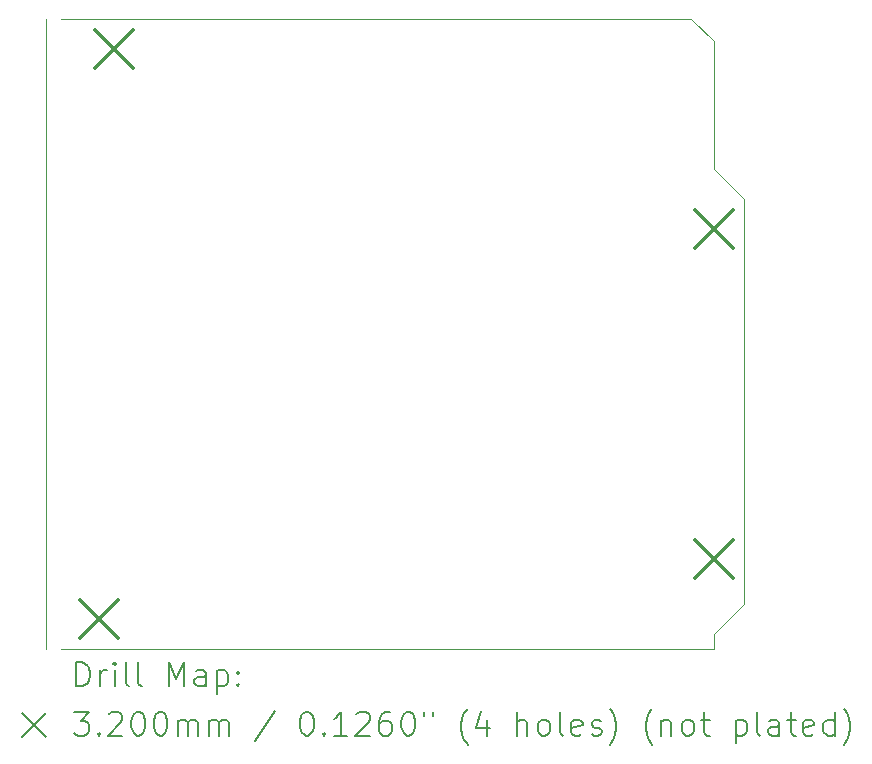
<source format=gbr>
%TF.GenerationSoftware,KiCad,Pcbnew,7.0.9*%
%TF.CreationDate,2023-12-06T14:48:16+01:00*%
%TF.ProjectId,Gas_Sensor,4761735f-5365-46e7-936f-722e6b696361,rev?*%
%TF.SameCoordinates,Original*%
%TF.FileFunction,Drillmap*%
%TF.FilePolarity,Positive*%
%FSLAX45Y45*%
G04 Gerber Fmt 4.5, Leading zero omitted, Abs format (unit mm)*
G04 Created by KiCad (PCBNEW 7.0.9) date 2023-12-06 14:48:16*
%MOMM*%
%LPD*%
G01*
G04 APERTURE LIST*
%ADD10C,0.100000*%
%ADD11C,0.200000*%
%ADD12C,0.320000*%
G04 APERTURE END LIST*
D10*
X9271000Y-1651000D02*
X9461500Y-1841500D01*
X9461500Y-6985000D02*
X3937000Y-6985000D01*
X9461500Y-1841500D02*
X9461500Y-2921000D01*
X3810000Y-1651000D02*
X3810000Y-6985000D01*
X9461500Y-6858000D02*
X9461500Y-6985000D01*
X9715500Y-3175000D02*
X9715500Y-6604000D01*
X9461500Y-2921000D02*
X9715500Y-3175000D01*
X9715500Y-6604000D02*
X9461500Y-6858000D01*
X3937000Y-1651000D02*
X9271000Y-1651000D01*
D11*
D12*
X4094500Y-6571000D02*
X4414500Y-6891000D01*
X4414500Y-6571000D02*
X4094500Y-6891000D01*
X4221500Y-1745000D02*
X4541500Y-2065000D01*
X4541500Y-1745000D02*
X4221500Y-2065000D01*
X9301500Y-3269000D02*
X9621500Y-3589000D01*
X9621500Y-3269000D02*
X9301500Y-3589000D01*
X9301500Y-6063000D02*
X9621500Y-6383000D01*
X9621500Y-6063000D02*
X9301500Y-6383000D01*
D11*
X4065777Y-7301484D02*
X4065777Y-7101484D01*
X4065777Y-7101484D02*
X4113396Y-7101484D01*
X4113396Y-7101484D02*
X4141967Y-7111008D01*
X4141967Y-7111008D02*
X4161015Y-7130055D01*
X4161015Y-7130055D02*
X4170539Y-7149103D01*
X4170539Y-7149103D02*
X4180062Y-7187198D01*
X4180062Y-7187198D02*
X4180062Y-7215769D01*
X4180062Y-7215769D02*
X4170539Y-7253865D01*
X4170539Y-7253865D02*
X4161015Y-7272912D01*
X4161015Y-7272912D02*
X4141967Y-7291960D01*
X4141967Y-7291960D02*
X4113396Y-7301484D01*
X4113396Y-7301484D02*
X4065777Y-7301484D01*
X4265777Y-7301484D02*
X4265777Y-7168150D01*
X4265777Y-7206246D02*
X4275301Y-7187198D01*
X4275301Y-7187198D02*
X4284824Y-7177674D01*
X4284824Y-7177674D02*
X4303872Y-7168150D01*
X4303872Y-7168150D02*
X4322920Y-7168150D01*
X4389586Y-7301484D02*
X4389586Y-7168150D01*
X4389586Y-7101484D02*
X4380063Y-7111008D01*
X4380063Y-7111008D02*
X4389586Y-7120531D01*
X4389586Y-7120531D02*
X4399110Y-7111008D01*
X4399110Y-7111008D02*
X4389586Y-7101484D01*
X4389586Y-7101484D02*
X4389586Y-7120531D01*
X4513396Y-7301484D02*
X4494348Y-7291960D01*
X4494348Y-7291960D02*
X4484824Y-7272912D01*
X4484824Y-7272912D02*
X4484824Y-7101484D01*
X4618158Y-7301484D02*
X4599110Y-7291960D01*
X4599110Y-7291960D02*
X4589586Y-7272912D01*
X4589586Y-7272912D02*
X4589586Y-7101484D01*
X4846729Y-7301484D02*
X4846729Y-7101484D01*
X4846729Y-7101484D02*
X4913396Y-7244341D01*
X4913396Y-7244341D02*
X4980063Y-7101484D01*
X4980063Y-7101484D02*
X4980063Y-7301484D01*
X5161015Y-7301484D02*
X5161015Y-7196722D01*
X5161015Y-7196722D02*
X5151491Y-7177674D01*
X5151491Y-7177674D02*
X5132444Y-7168150D01*
X5132444Y-7168150D02*
X5094348Y-7168150D01*
X5094348Y-7168150D02*
X5075301Y-7177674D01*
X5161015Y-7291960D02*
X5141967Y-7301484D01*
X5141967Y-7301484D02*
X5094348Y-7301484D01*
X5094348Y-7301484D02*
X5075301Y-7291960D01*
X5075301Y-7291960D02*
X5065777Y-7272912D01*
X5065777Y-7272912D02*
X5065777Y-7253865D01*
X5065777Y-7253865D02*
X5075301Y-7234817D01*
X5075301Y-7234817D02*
X5094348Y-7225293D01*
X5094348Y-7225293D02*
X5141967Y-7225293D01*
X5141967Y-7225293D02*
X5161015Y-7215769D01*
X5256253Y-7168150D02*
X5256253Y-7368150D01*
X5256253Y-7177674D02*
X5275301Y-7168150D01*
X5275301Y-7168150D02*
X5313396Y-7168150D01*
X5313396Y-7168150D02*
X5332444Y-7177674D01*
X5332444Y-7177674D02*
X5341967Y-7187198D01*
X5341967Y-7187198D02*
X5351491Y-7206246D01*
X5351491Y-7206246D02*
X5351491Y-7263388D01*
X5351491Y-7263388D02*
X5341967Y-7282436D01*
X5341967Y-7282436D02*
X5332444Y-7291960D01*
X5332444Y-7291960D02*
X5313396Y-7301484D01*
X5313396Y-7301484D02*
X5275301Y-7301484D01*
X5275301Y-7301484D02*
X5256253Y-7291960D01*
X5437205Y-7282436D02*
X5446729Y-7291960D01*
X5446729Y-7291960D02*
X5437205Y-7301484D01*
X5437205Y-7301484D02*
X5427682Y-7291960D01*
X5427682Y-7291960D02*
X5437205Y-7282436D01*
X5437205Y-7282436D02*
X5437205Y-7301484D01*
X5437205Y-7177674D02*
X5446729Y-7187198D01*
X5446729Y-7187198D02*
X5437205Y-7196722D01*
X5437205Y-7196722D02*
X5427682Y-7187198D01*
X5427682Y-7187198D02*
X5437205Y-7177674D01*
X5437205Y-7177674D02*
X5437205Y-7196722D01*
X3605000Y-7530000D02*
X3805000Y-7730000D01*
X3805000Y-7530000D02*
X3605000Y-7730000D01*
X4046729Y-7521484D02*
X4170539Y-7521484D01*
X4170539Y-7521484D02*
X4103872Y-7597674D01*
X4103872Y-7597674D02*
X4132443Y-7597674D01*
X4132443Y-7597674D02*
X4151491Y-7607198D01*
X4151491Y-7607198D02*
X4161015Y-7616722D01*
X4161015Y-7616722D02*
X4170539Y-7635769D01*
X4170539Y-7635769D02*
X4170539Y-7683388D01*
X4170539Y-7683388D02*
X4161015Y-7702436D01*
X4161015Y-7702436D02*
X4151491Y-7711960D01*
X4151491Y-7711960D02*
X4132443Y-7721484D01*
X4132443Y-7721484D02*
X4075301Y-7721484D01*
X4075301Y-7721484D02*
X4056253Y-7711960D01*
X4056253Y-7711960D02*
X4046729Y-7702436D01*
X4256253Y-7702436D02*
X4265777Y-7711960D01*
X4265777Y-7711960D02*
X4256253Y-7721484D01*
X4256253Y-7721484D02*
X4246729Y-7711960D01*
X4246729Y-7711960D02*
X4256253Y-7702436D01*
X4256253Y-7702436D02*
X4256253Y-7721484D01*
X4341967Y-7540531D02*
X4351491Y-7531008D01*
X4351491Y-7531008D02*
X4370539Y-7521484D01*
X4370539Y-7521484D02*
X4418158Y-7521484D01*
X4418158Y-7521484D02*
X4437205Y-7531008D01*
X4437205Y-7531008D02*
X4446729Y-7540531D01*
X4446729Y-7540531D02*
X4456253Y-7559579D01*
X4456253Y-7559579D02*
X4456253Y-7578627D01*
X4456253Y-7578627D02*
X4446729Y-7607198D01*
X4446729Y-7607198D02*
X4332444Y-7721484D01*
X4332444Y-7721484D02*
X4456253Y-7721484D01*
X4580063Y-7521484D02*
X4599110Y-7521484D01*
X4599110Y-7521484D02*
X4618158Y-7531008D01*
X4618158Y-7531008D02*
X4627682Y-7540531D01*
X4627682Y-7540531D02*
X4637205Y-7559579D01*
X4637205Y-7559579D02*
X4646729Y-7597674D01*
X4646729Y-7597674D02*
X4646729Y-7645293D01*
X4646729Y-7645293D02*
X4637205Y-7683388D01*
X4637205Y-7683388D02*
X4627682Y-7702436D01*
X4627682Y-7702436D02*
X4618158Y-7711960D01*
X4618158Y-7711960D02*
X4599110Y-7721484D01*
X4599110Y-7721484D02*
X4580063Y-7721484D01*
X4580063Y-7721484D02*
X4561015Y-7711960D01*
X4561015Y-7711960D02*
X4551491Y-7702436D01*
X4551491Y-7702436D02*
X4541967Y-7683388D01*
X4541967Y-7683388D02*
X4532444Y-7645293D01*
X4532444Y-7645293D02*
X4532444Y-7597674D01*
X4532444Y-7597674D02*
X4541967Y-7559579D01*
X4541967Y-7559579D02*
X4551491Y-7540531D01*
X4551491Y-7540531D02*
X4561015Y-7531008D01*
X4561015Y-7531008D02*
X4580063Y-7521484D01*
X4770539Y-7521484D02*
X4789586Y-7521484D01*
X4789586Y-7521484D02*
X4808634Y-7531008D01*
X4808634Y-7531008D02*
X4818158Y-7540531D01*
X4818158Y-7540531D02*
X4827682Y-7559579D01*
X4827682Y-7559579D02*
X4837205Y-7597674D01*
X4837205Y-7597674D02*
X4837205Y-7645293D01*
X4837205Y-7645293D02*
X4827682Y-7683388D01*
X4827682Y-7683388D02*
X4818158Y-7702436D01*
X4818158Y-7702436D02*
X4808634Y-7711960D01*
X4808634Y-7711960D02*
X4789586Y-7721484D01*
X4789586Y-7721484D02*
X4770539Y-7721484D01*
X4770539Y-7721484D02*
X4751491Y-7711960D01*
X4751491Y-7711960D02*
X4741967Y-7702436D01*
X4741967Y-7702436D02*
X4732444Y-7683388D01*
X4732444Y-7683388D02*
X4722920Y-7645293D01*
X4722920Y-7645293D02*
X4722920Y-7597674D01*
X4722920Y-7597674D02*
X4732444Y-7559579D01*
X4732444Y-7559579D02*
X4741967Y-7540531D01*
X4741967Y-7540531D02*
X4751491Y-7531008D01*
X4751491Y-7531008D02*
X4770539Y-7521484D01*
X4922920Y-7721484D02*
X4922920Y-7588150D01*
X4922920Y-7607198D02*
X4932444Y-7597674D01*
X4932444Y-7597674D02*
X4951491Y-7588150D01*
X4951491Y-7588150D02*
X4980063Y-7588150D01*
X4980063Y-7588150D02*
X4999110Y-7597674D01*
X4999110Y-7597674D02*
X5008634Y-7616722D01*
X5008634Y-7616722D02*
X5008634Y-7721484D01*
X5008634Y-7616722D02*
X5018158Y-7597674D01*
X5018158Y-7597674D02*
X5037205Y-7588150D01*
X5037205Y-7588150D02*
X5065777Y-7588150D01*
X5065777Y-7588150D02*
X5084825Y-7597674D01*
X5084825Y-7597674D02*
X5094348Y-7616722D01*
X5094348Y-7616722D02*
X5094348Y-7721484D01*
X5189586Y-7721484D02*
X5189586Y-7588150D01*
X5189586Y-7607198D02*
X5199110Y-7597674D01*
X5199110Y-7597674D02*
X5218158Y-7588150D01*
X5218158Y-7588150D02*
X5246729Y-7588150D01*
X5246729Y-7588150D02*
X5265777Y-7597674D01*
X5265777Y-7597674D02*
X5275301Y-7616722D01*
X5275301Y-7616722D02*
X5275301Y-7721484D01*
X5275301Y-7616722D02*
X5284825Y-7597674D01*
X5284825Y-7597674D02*
X5303872Y-7588150D01*
X5303872Y-7588150D02*
X5332444Y-7588150D01*
X5332444Y-7588150D02*
X5351491Y-7597674D01*
X5351491Y-7597674D02*
X5361015Y-7616722D01*
X5361015Y-7616722D02*
X5361015Y-7721484D01*
X5751491Y-7511960D02*
X5580063Y-7769103D01*
X6008634Y-7521484D02*
X6027682Y-7521484D01*
X6027682Y-7521484D02*
X6046729Y-7531008D01*
X6046729Y-7531008D02*
X6056253Y-7540531D01*
X6056253Y-7540531D02*
X6065777Y-7559579D01*
X6065777Y-7559579D02*
X6075301Y-7597674D01*
X6075301Y-7597674D02*
X6075301Y-7645293D01*
X6075301Y-7645293D02*
X6065777Y-7683388D01*
X6065777Y-7683388D02*
X6056253Y-7702436D01*
X6056253Y-7702436D02*
X6046729Y-7711960D01*
X6046729Y-7711960D02*
X6027682Y-7721484D01*
X6027682Y-7721484D02*
X6008634Y-7721484D01*
X6008634Y-7721484D02*
X5989586Y-7711960D01*
X5989586Y-7711960D02*
X5980063Y-7702436D01*
X5980063Y-7702436D02*
X5970539Y-7683388D01*
X5970539Y-7683388D02*
X5961015Y-7645293D01*
X5961015Y-7645293D02*
X5961015Y-7597674D01*
X5961015Y-7597674D02*
X5970539Y-7559579D01*
X5970539Y-7559579D02*
X5980063Y-7540531D01*
X5980063Y-7540531D02*
X5989586Y-7531008D01*
X5989586Y-7531008D02*
X6008634Y-7521484D01*
X6161015Y-7702436D02*
X6170539Y-7711960D01*
X6170539Y-7711960D02*
X6161015Y-7721484D01*
X6161015Y-7721484D02*
X6151491Y-7711960D01*
X6151491Y-7711960D02*
X6161015Y-7702436D01*
X6161015Y-7702436D02*
X6161015Y-7721484D01*
X6361015Y-7721484D02*
X6246729Y-7721484D01*
X6303872Y-7721484D02*
X6303872Y-7521484D01*
X6303872Y-7521484D02*
X6284825Y-7550055D01*
X6284825Y-7550055D02*
X6265777Y-7569103D01*
X6265777Y-7569103D02*
X6246729Y-7578627D01*
X6437206Y-7540531D02*
X6446729Y-7531008D01*
X6446729Y-7531008D02*
X6465777Y-7521484D01*
X6465777Y-7521484D02*
X6513396Y-7521484D01*
X6513396Y-7521484D02*
X6532444Y-7531008D01*
X6532444Y-7531008D02*
X6541967Y-7540531D01*
X6541967Y-7540531D02*
X6551491Y-7559579D01*
X6551491Y-7559579D02*
X6551491Y-7578627D01*
X6551491Y-7578627D02*
X6541967Y-7607198D01*
X6541967Y-7607198D02*
X6427682Y-7721484D01*
X6427682Y-7721484D02*
X6551491Y-7721484D01*
X6722920Y-7521484D02*
X6684825Y-7521484D01*
X6684825Y-7521484D02*
X6665777Y-7531008D01*
X6665777Y-7531008D02*
X6656253Y-7540531D01*
X6656253Y-7540531D02*
X6637206Y-7569103D01*
X6637206Y-7569103D02*
X6627682Y-7607198D01*
X6627682Y-7607198D02*
X6627682Y-7683388D01*
X6627682Y-7683388D02*
X6637206Y-7702436D01*
X6637206Y-7702436D02*
X6646729Y-7711960D01*
X6646729Y-7711960D02*
X6665777Y-7721484D01*
X6665777Y-7721484D02*
X6703872Y-7721484D01*
X6703872Y-7721484D02*
X6722920Y-7711960D01*
X6722920Y-7711960D02*
X6732444Y-7702436D01*
X6732444Y-7702436D02*
X6741967Y-7683388D01*
X6741967Y-7683388D02*
X6741967Y-7635769D01*
X6741967Y-7635769D02*
X6732444Y-7616722D01*
X6732444Y-7616722D02*
X6722920Y-7607198D01*
X6722920Y-7607198D02*
X6703872Y-7597674D01*
X6703872Y-7597674D02*
X6665777Y-7597674D01*
X6665777Y-7597674D02*
X6646729Y-7607198D01*
X6646729Y-7607198D02*
X6637206Y-7616722D01*
X6637206Y-7616722D02*
X6627682Y-7635769D01*
X6865777Y-7521484D02*
X6884825Y-7521484D01*
X6884825Y-7521484D02*
X6903872Y-7531008D01*
X6903872Y-7531008D02*
X6913396Y-7540531D01*
X6913396Y-7540531D02*
X6922920Y-7559579D01*
X6922920Y-7559579D02*
X6932444Y-7597674D01*
X6932444Y-7597674D02*
X6932444Y-7645293D01*
X6932444Y-7645293D02*
X6922920Y-7683388D01*
X6922920Y-7683388D02*
X6913396Y-7702436D01*
X6913396Y-7702436D02*
X6903872Y-7711960D01*
X6903872Y-7711960D02*
X6884825Y-7721484D01*
X6884825Y-7721484D02*
X6865777Y-7721484D01*
X6865777Y-7721484D02*
X6846729Y-7711960D01*
X6846729Y-7711960D02*
X6837206Y-7702436D01*
X6837206Y-7702436D02*
X6827682Y-7683388D01*
X6827682Y-7683388D02*
X6818158Y-7645293D01*
X6818158Y-7645293D02*
X6818158Y-7597674D01*
X6818158Y-7597674D02*
X6827682Y-7559579D01*
X6827682Y-7559579D02*
X6837206Y-7540531D01*
X6837206Y-7540531D02*
X6846729Y-7531008D01*
X6846729Y-7531008D02*
X6865777Y-7521484D01*
X7008634Y-7521484D02*
X7008634Y-7559579D01*
X7084825Y-7521484D02*
X7084825Y-7559579D01*
X7380063Y-7797674D02*
X7370539Y-7788150D01*
X7370539Y-7788150D02*
X7351491Y-7759579D01*
X7351491Y-7759579D02*
X7341968Y-7740531D01*
X7341968Y-7740531D02*
X7332444Y-7711960D01*
X7332444Y-7711960D02*
X7322920Y-7664341D01*
X7322920Y-7664341D02*
X7322920Y-7626246D01*
X7322920Y-7626246D02*
X7332444Y-7578627D01*
X7332444Y-7578627D02*
X7341968Y-7550055D01*
X7341968Y-7550055D02*
X7351491Y-7531008D01*
X7351491Y-7531008D02*
X7370539Y-7502436D01*
X7370539Y-7502436D02*
X7380063Y-7492912D01*
X7541968Y-7588150D02*
X7541968Y-7721484D01*
X7494348Y-7511960D02*
X7446729Y-7654817D01*
X7446729Y-7654817D02*
X7570539Y-7654817D01*
X7799110Y-7721484D02*
X7799110Y-7521484D01*
X7884825Y-7721484D02*
X7884825Y-7616722D01*
X7884825Y-7616722D02*
X7875301Y-7597674D01*
X7875301Y-7597674D02*
X7856253Y-7588150D01*
X7856253Y-7588150D02*
X7827682Y-7588150D01*
X7827682Y-7588150D02*
X7808634Y-7597674D01*
X7808634Y-7597674D02*
X7799110Y-7607198D01*
X8008634Y-7721484D02*
X7989587Y-7711960D01*
X7989587Y-7711960D02*
X7980063Y-7702436D01*
X7980063Y-7702436D02*
X7970539Y-7683388D01*
X7970539Y-7683388D02*
X7970539Y-7626246D01*
X7970539Y-7626246D02*
X7980063Y-7607198D01*
X7980063Y-7607198D02*
X7989587Y-7597674D01*
X7989587Y-7597674D02*
X8008634Y-7588150D01*
X8008634Y-7588150D02*
X8037206Y-7588150D01*
X8037206Y-7588150D02*
X8056253Y-7597674D01*
X8056253Y-7597674D02*
X8065777Y-7607198D01*
X8065777Y-7607198D02*
X8075301Y-7626246D01*
X8075301Y-7626246D02*
X8075301Y-7683388D01*
X8075301Y-7683388D02*
X8065777Y-7702436D01*
X8065777Y-7702436D02*
X8056253Y-7711960D01*
X8056253Y-7711960D02*
X8037206Y-7721484D01*
X8037206Y-7721484D02*
X8008634Y-7721484D01*
X8189587Y-7721484D02*
X8170539Y-7711960D01*
X8170539Y-7711960D02*
X8161015Y-7692912D01*
X8161015Y-7692912D02*
X8161015Y-7521484D01*
X8341968Y-7711960D02*
X8322920Y-7721484D01*
X8322920Y-7721484D02*
X8284825Y-7721484D01*
X8284825Y-7721484D02*
X8265777Y-7711960D01*
X8265777Y-7711960D02*
X8256253Y-7692912D01*
X8256253Y-7692912D02*
X8256253Y-7616722D01*
X8256253Y-7616722D02*
X8265777Y-7597674D01*
X8265777Y-7597674D02*
X8284825Y-7588150D01*
X8284825Y-7588150D02*
X8322920Y-7588150D01*
X8322920Y-7588150D02*
X8341968Y-7597674D01*
X8341968Y-7597674D02*
X8351491Y-7616722D01*
X8351491Y-7616722D02*
X8351491Y-7635769D01*
X8351491Y-7635769D02*
X8256253Y-7654817D01*
X8427682Y-7711960D02*
X8446730Y-7721484D01*
X8446730Y-7721484D02*
X8484825Y-7721484D01*
X8484825Y-7721484D02*
X8503873Y-7711960D01*
X8503873Y-7711960D02*
X8513396Y-7692912D01*
X8513396Y-7692912D02*
X8513396Y-7683388D01*
X8513396Y-7683388D02*
X8503873Y-7664341D01*
X8503873Y-7664341D02*
X8484825Y-7654817D01*
X8484825Y-7654817D02*
X8456253Y-7654817D01*
X8456253Y-7654817D02*
X8437206Y-7645293D01*
X8437206Y-7645293D02*
X8427682Y-7626246D01*
X8427682Y-7626246D02*
X8427682Y-7616722D01*
X8427682Y-7616722D02*
X8437206Y-7597674D01*
X8437206Y-7597674D02*
X8456253Y-7588150D01*
X8456253Y-7588150D02*
X8484825Y-7588150D01*
X8484825Y-7588150D02*
X8503873Y-7597674D01*
X8580063Y-7797674D02*
X8589587Y-7788150D01*
X8589587Y-7788150D02*
X8608634Y-7759579D01*
X8608634Y-7759579D02*
X8618158Y-7740531D01*
X8618158Y-7740531D02*
X8627682Y-7711960D01*
X8627682Y-7711960D02*
X8637206Y-7664341D01*
X8637206Y-7664341D02*
X8637206Y-7626246D01*
X8637206Y-7626246D02*
X8627682Y-7578627D01*
X8627682Y-7578627D02*
X8618158Y-7550055D01*
X8618158Y-7550055D02*
X8608634Y-7531008D01*
X8608634Y-7531008D02*
X8589587Y-7502436D01*
X8589587Y-7502436D02*
X8580063Y-7492912D01*
X8941968Y-7797674D02*
X8932444Y-7788150D01*
X8932444Y-7788150D02*
X8913396Y-7759579D01*
X8913396Y-7759579D02*
X8903873Y-7740531D01*
X8903873Y-7740531D02*
X8894349Y-7711960D01*
X8894349Y-7711960D02*
X8884825Y-7664341D01*
X8884825Y-7664341D02*
X8884825Y-7626246D01*
X8884825Y-7626246D02*
X8894349Y-7578627D01*
X8894349Y-7578627D02*
X8903873Y-7550055D01*
X8903873Y-7550055D02*
X8913396Y-7531008D01*
X8913396Y-7531008D02*
X8932444Y-7502436D01*
X8932444Y-7502436D02*
X8941968Y-7492912D01*
X9018158Y-7588150D02*
X9018158Y-7721484D01*
X9018158Y-7607198D02*
X9027682Y-7597674D01*
X9027682Y-7597674D02*
X9046730Y-7588150D01*
X9046730Y-7588150D02*
X9075301Y-7588150D01*
X9075301Y-7588150D02*
X9094349Y-7597674D01*
X9094349Y-7597674D02*
X9103873Y-7616722D01*
X9103873Y-7616722D02*
X9103873Y-7721484D01*
X9227682Y-7721484D02*
X9208634Y-7711960D01*
X9208634Y-7711960D02*
X9199111Y-7702436D01*
X9199111Y-7702436D02*
X9189587Y-7683388D01*
X9189587Y-7683388D02*
X9189587Y-7626246D01*
X9189587Y-7626246D02*
X9199111Y-7607198D01*
X9199111Y-7607198D02*
X9208634Y-7597674D01*
X9208634Y-7597674D02*
X9227682Y-7588150D01*
X9227682Y-7588150D02*
X9256254Y-7588150D01*
X9256254Y-7588150D02*
X9275301Y-7597674D01*
X9275301Y-7597674D02*
X9284825Y-7607198D01*
X9284825Y-7607198D02*
X9294349Y-7626246D01*
X9294349Y-7626246D02*
X9294349Y-7683388D01*
X9294349Y-7683388D02*
X9284825Y-7702436D01*
X9284825Y-7702436D02*
X9275301Y-7711960D01*
X9275301Y-7711960D02*
X9256254Y-7721484D01*
X9256254Y-7721484D02*
X9227682Y-7721484D01*
X9351492Y-7588150D02*
X9427682Y-7588150D01*
X9380063Y-7521484D02*
X9380063Y-7692912D01*
X9380063Y-7692912D02*
X9389587Y-7711960D01*
X9389587Y-7711960D02*
X9408634Y-7721484D01*
X9408634Y-7721484D02*
X9427682Y-7721484D01*
X9646730Y-7588150D02*
X9646730Y-7788150D01*
X9646730Y-7597674D02*
X9665777Y-7588150D01*
X9665777Y-7588150D02*
X9703873Y-7588150D01*
X9703873Y-7588150D02*
X9722920Y-7597674D01*
X9722920Y-7597674D02*
X9732444Y-7607198D01*
X9732444Y-7607198D02*
X9741968Y-7626246D01*
X9741968Y-7626246D02*
X9741968Y-7683388D01*
X9741968Y-7683388D02*
X9732444Y-7702436D01*
X9732444Y-7702436D02*
X9722920Y-7711960D01*
X9722920Y-7711960D02*
X9703873Y-7721484D01*
X9703873Y-7721484D02*
X9665777Y-7721484D01*
X9665777Y-7721484D02*
X9646730Y-7711960D01*
X9856254Y-7721484D02*
X9837206Y-7711960D01*
X9837206Y-7711960D02*
X9827682Y-7692912D01*
X9827682Y-7692912D02*
X9827682Y-7521484D01*
X10018158Y-7721484D02*
X10018158Y-7616722D01*
X10018158Y-7616722D02*
X10008635Y-7597674D01*
X10008635Y-7597674D02*
X9989587Y-7588150D01*
X9989587Y-7588150D02*
X9951492Y-7588150D01*
X9951492Y-7588150D02*
X9932444Y-7597674D01*
X10018158Y-7711960D02*
X9999111Y-7721484D01*
X9999111Y-7721484D02*
X9951492Y-7721484D01*
X9951492Y-7721484D02*
X9932444Y-7711960D01*
X9932444Y-7711960D02*
X9922920Y-7692912D01*
X9922920Y-7692912D02*
X9922920Y-7673865D01*
X9922920Y-7673865D02*
X9932444Y-7654817D01*
X9932444Y-7654817D02*
X9951492Y-7645293D01*
X9951492Y-7645293D02*
X9999111Y-7645293D01*
X9999111Y-7645293D02*
X10018158Y-7635769D01*
X10084825Y-7588150D02*
X10161015Y-7588150D01*
X10113396Y-7521484D02*
X10113396Y-7692912D01*
X10113396Y-7692912D02*
X10122920Y-7711960D01*
X10122920Y-7711960D02*
X10141968Y-7721484D01*
X10141968Y-7721484D02*
X10161015Y-7721484D01*
X10303873Y-7711960D02*
X10284825Y-7721484D01*
X10284825Y-7721484D02*
X10246730Y-7721484D01*
X10246730Y-7721484D02*
X10227682Y-7711960D01*
X10227682Y-7711960D02*
X10218158Y-7692912D01*
X10218158Y-7692912D02*
X10218158Y-7616722D01*
X10218158Y-7616722D02*
X10227682Y-7597674D01*
X10227682Y-7597674D02*
X10246730Y-7588150D01*
X10246730Y-7588150D02*
X10284825Y-7588150D01*
X10284825Y-7588150D02*
X10303873Y-7597674D01*
X10303873Y-7597674D02*
X10313396Y-7616722D01*
X10313396Y-7616722D02*
X10313396Y-7635769D01*
X10313396Y-7635769D02*
X10218158Y-7654817D01*
X10484825Y-7721484D02*
X10484825Y-7521484D01*
X10484825Y-7711960D02*
X10465777Y-7721484D01*
X10465777Y-7721484D02*
X10427682Y-7721484D01*
X10427682Y-7721484D02*
X10408635Y-7711960D01*
X10408635Y-7711960D02*
X10399111Y-7702436D01*
X10399111Y-7702436D02*
X10389587Y-7683388D01*
X10389587Y-7683388D02*
X10389587Y-7626246D01*
X10389587Y-7626246D02*
X10399111Y-7607198D01*
X10399111Y-7607198D02*
X10408635Y-7597674D01*
X10408635Y-7597674D02*
X10427682Y-7588150D01*
X10427682Y-7588150D02*
X10465777Y-7588150D01*
X10465777Y-7588150D02*
X10484825Y-7597674D01*
X10561016Y-7797674D02*
X10570539Y-7788150D01*
X10570539Y-7788150D02*
X10589587Y-7759579D01*
X10589587Y-7759579D02*
X10599111Y-7740531D01*
X10599111Y-7740531D02*
X10608635Y-7711960D01*
X10608635Y-7711960D02*
X10618158Y-7664341D01*
X10618158Y-7664341D02*
X10618158Y-7626246D01*
X10618158Y-7626246D02*
X10608635Y-7578627D01*
X10608635Y-7578627D02*
X10599111Y-7550055D01*
X10599111Y-7550055D02*
X10589587Y-7531008D01*
X10589587Y-7531008D02*
X10570539Y-7502436D01*
X10570539Y-7502436D02*
X10561016Y-7492912D01*
M02*

</source>
